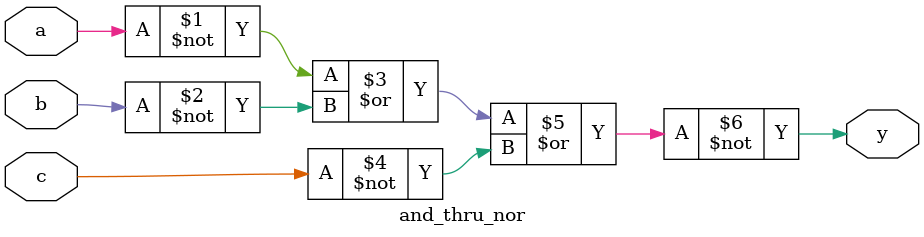
<source format=sv>
`timescale 1ns / 1ps
module and_thru_nor(a,b,c,y);
  input wire a, b, c;
  output wire y;
  
  assign y = ~(~a | ~b | ~c);
endmodule

</source>
